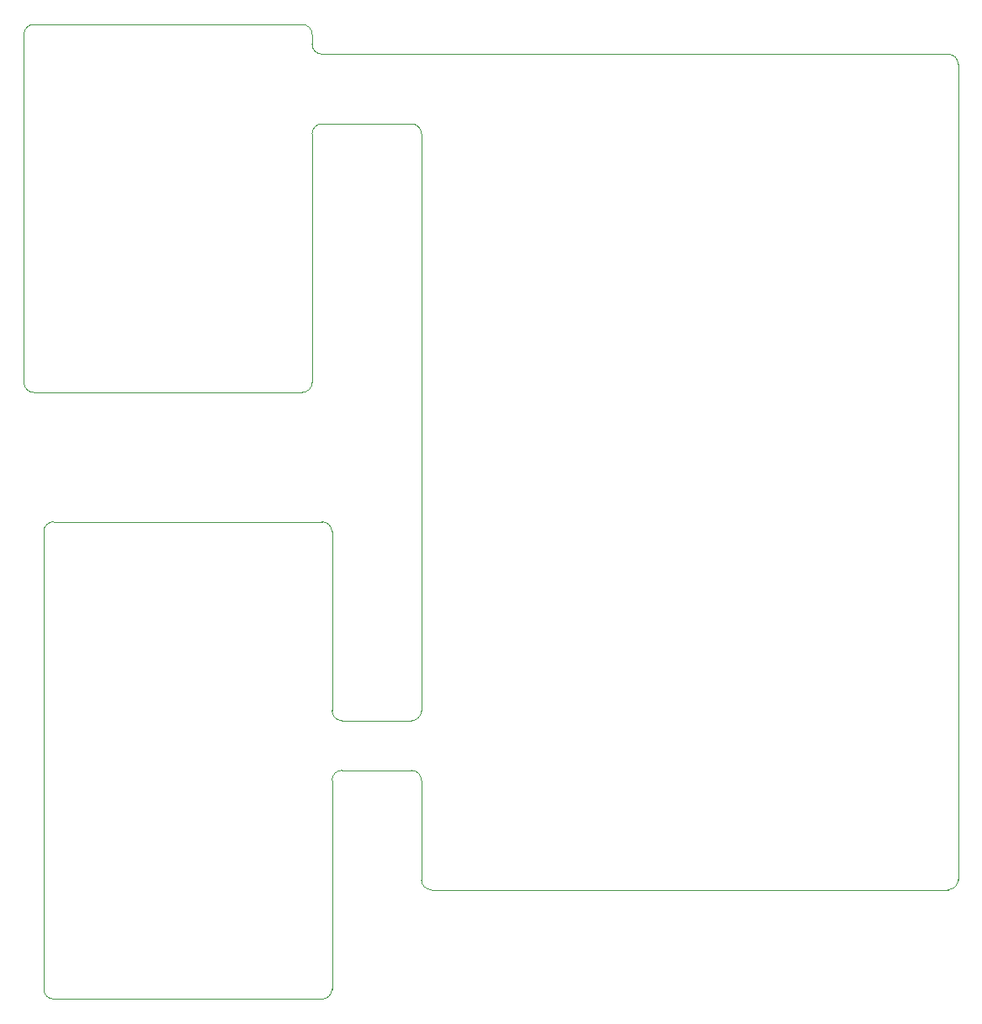
<source format=gko>
G04 Layer_Color=16711935*
%FSLAX44Y44*%
%MOMM*%
G71*
G01*
G75*
%ADD50C,0.1000*%
D50*
X272500Y382500D02*
G03*
X262500Y392500I-10000J0D01*
G01*
X-17500Y-77500D02*
G03*
X-7500Y-87500I10000J-0D01*
G01*
X262500Y-87500D02*
G03*
X272500Y-77500I-0J10000D01*
G01*
X282500Y142500D02*
G03*
X272500Y132500I0J-10000D01*
G01*
X362500Y132500D02*
G03*
X352500Y142500I-10000J0D01*
G01*
X362500Y32500D02*
G03*
X372500Y22500I10000J0D01*
G01*
X892500D02*
G03*
X902500Y32500I0J10000D01*
G01*
Y852500D02*
G03*
X892500Y862500I-10000J0D01*
G01*
X252500Y872500D02*
G03*
X262500Y862500I10000J0D01*
G01*
X252500Y882500D02*
G03*
X242500Y892500I-10000J0D01*
G01*
X-27500D02*
G03*
X-37500Y882500I0J-10000D01*
G01*
Y532500D02*
G03*
X-27500Y522500I10000J0D01*
G01*
X242500D02*
G03*
X252500Y532500I0J10000D01*
G01*
X262500Y792500D02*
G03*
X252500Y782500I0J-10000D01*
G01*
X362500Y782500D02*
G03*
X352500Y792500I-10000J0D01*
G01*
Y192500D02*
G03*
X362500Y202500I-0J10000D01*
G01*
X272500D02*
G03*
X282500Y192500I10000J0D01*
G01*
X-7500Y392500D02*
G03*
X-17500Y382500I0J-10000D01*
G01*
X-7500Y-87500D02*
X262500Y-87500D01*
X272500Y-77500D02*
Y132500D01*
X282500Y142500D02*
X352500D01*
X362500Y32500D02*
Y132500D01*
X372500Y22500D02*
X892500D01*
X902500Y32500D02*
Y852500D01*
X262500Y862500D02*
X892500D01*
X252500Y872500D02*
Y882500D01*
X-27500Y892500D02*
X242500D01*
X-37500Y532500D02*
Y882500D01*
X-27500Y522500D02*
X242500D01*
X252500Y532500D02*
Y782500D01*
X262500Y792500D02*
X352500D01*
X362500Y202500D02*
Y782500D01*
X282500Y192500D02*
X352500D01*
X272500Y202500D02*
Y382500D01*
X-7500Y392500D02*
X262500Y392500D01*
X-17500Y-77500D02*
Y382500D01*
M02*

</source>
